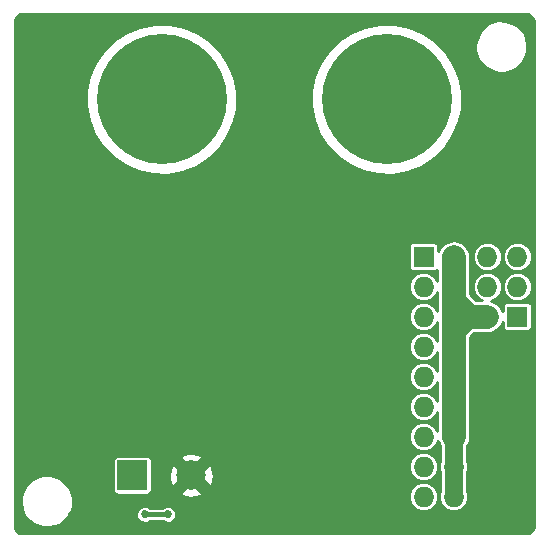
<source format=gtl>
G04 #@! TF.FileFunction,Copper,L1,Top,Signal*
%FSLAX46Y46*%
G04 Gerber Fmt 4.6, Leading zero omitted, Abs format (unit mm)*
G04 Created by KiCad (PCBNEW 4.0.4-stable) date Monday, August 28, 2017 'PMt' 10:13:35 PM*
%MOMM*%
%LPD*%
G01*
G04 APERTURE LIST*
%ADD10C,0.100000*%
%ADD11R,2.500000X2.500000*%
%ADD12C,2.500000*%
%ADD13R,1.727200X1.727200*%
%ADD14O,1.727200X1.727200*%
%ADD15C,11.000000*%
%ADD16C,0.685800*%
%ADD17C,0.381000*%
%ADD18C,2.000000*%
%ADD19C,1.500000*%
%ADD20C,0.254000*%
G04 APERTURE END LIST*
D10*
D11*
X88000000Y-117050000D03*
D12*
X93000000Y-117050000D03*
D13*
X120590000Y-103620000D03*
D14*
X118050000Y-103620000D03*
X120590000Y-101080000D03*
X118050000Y-101080000D03*
X120590000Y-98540000D03*
X118050000Y-98540000D03*
D13*
X112660000Y-98540000D03*
D14*
X115200000Y-98540000D03*
X112660000Y-101080000D03*
X115200000Y-101080000D03*
X112660000Y-103620000D03*
X115200000Y-103620000D03*
X112660000Y-106160000D03*
X115200000Y-106160000D03*
X112660000Y-108700000D03*
X115200000Y-108700000D03*
X112660000Y-111240000D03*
X115200000Y-111240000D03*
X112660000Y-113780000D03*
X115200000Y-113780000D03*
X112660000Y-116320000D03*
X115200000Y-116320000D03*
X112660000Y-118860000D03*
X115200000Y-118860000D03*
D15*
X90475000Y-85200000D03*
X109525000Y-85200000D03*
D16*
X91000000Y-120350000D03*
X89050000Y-120350000D03*
D17*
X89050000Y-120350000D02*
X91000000Y-120350000D01*
D18*
X118050000Y-103620000D02*
X116518686Y-103620000D01*
X116518686Y-103620000D02*
X115200000Y-102301314D01*
X118050000Y-103620000D02*
X116380000Y-103620000D01*
X116380000Y-103620000D02*
X115200000Y-104800000D01*
D19*
X115200000Y-118860000D02*
X115200000Y-116320000D01*
X115200000Y-113780000D02*
X115200000Y-116320000D01*
D18*
X115200000Y-102301314D02*
X115200000Y-101080000D01*
X115200000Y-106160000D02*
X115200000Y-104800000D01*
X115200000Y-104800000D02*
X115200000Y-103620000D01*
X115200000Y-101080000D02*
X115200000Y-98540000D01*
X115200000Y-103620000D02*
X115200000Y-101080000D01*
X115200000Y-103620000D02*
X118050000Y-103620000D01*
X115200000Y-108700000D02*
X115200000Y-106160000D01*
X115200000Y-111240000D02*
X115200000Y-108700000D01*
X115200000Y-113780000D02*
X115200000Y-111240000D01*
D20*
G36*
X121615457Y-78073669D02*
X121783660Y-78210853D01*
X121922013Y-78378094D01*
X121973000Y-78472393D01*
X121973000Y-121527685D01*
X121926332Y-121615454D01*
X121789149Y-121783658D01*
X121621908Y-121922011D01*
X121527607Y-121973000D01*
X78472315Y-121973000D01*
X78384546Y-121926332D01*
X78216342Y-121789149D01*
X78077989Y-121621908D01*
X78027000Y-121527607D01*
X78027000Y-119435402D01*
X78542102Y-119435402D01*
X78620162Y-119860721D01*
X78779348Y-120262778D01*
X79013595Y-120626258D01*
X79313981Y-120937317D01*
X79669064Y-121184106D01*
X80065321Y-121357226D01*
X80487656Y-121450083D01*
X80919984Y-121459139D01*
X81345837Y-121384049D01*
X81748995Y-121227675D01*
X82114102Y-120995971D01*
X82427250Y-120697764D01*
X82629633Y-120410868D01*
X88325148Y-120410868D01*
X88350775Y-120550499D01*
X88403036Y-120682494D01*
X88479939Y-120801825D01*
X88578556Y-120903945D01*
X88695129Y-120984966D01*
X88825220Y-121041801D01*
X88963873Y-121072286D01*
X89105806Y-121075259D01*
X89245613Y-121050607D01*
X89377970Y-120999270D01*
X89497834Y-120923201D01*
X89499620Y-120921500D01*
X90553814Y-120921500D01*
X90645129Y-120984966D01*
X90775220Y-121041801D01*
X90913873Y-121072286D01*
X91055806Y-121075259D01*
X91195613Y-121050607D01*
X91327970Y-120999270D01*
X91447834Y-120923201D01*
X91550640Y-120825300D01*
X91632473Y-120709295D01*
X91690215Y-120579604D01*
X91721667Y-120441168D01*
X91723931Y-120279018D01*
X91696357Y-120139757D01*
X91642259Y-120008505D01*
X91563697Y-119890260D01*
X91463664Y-119789526D01*
X91345970Y-119710141D01*
X91215099Y-119655128D01*
X91076034Y-119626582D01*
X90934074Y-119625591D01*
X90794624Y-119652192D01*
X90662997Y-119705373D01*
X90551247Y-119778500D01*
X89497317Y-119778500D01*
X89395970Y-119710141D01*
X89265099Y-119655128D01*
X89126034Y-119626582D01*
X88984074Y-119625591D01*
X88844624Y-119652192D01*
X88712997Y-119705373D01*
X88594207Y-119783107D01*
X88492777Y-119882434D01*
X88412572Y-119999571D01*
X88356646Y-120130055D01*
X88327130Y-120268917D01*
X88325148Y-120410868D01*
X82629633Y-120410868D01*
X82676513Y-120344412D01*
X82852395Y-119949374D01*
X82948198Y-119527697D01*
X82955094Y-119033789D01*
X82871103Y-118609601D01*
X82706320Y-118209806D01*
X82467020Y-117849632D01*
X82162321Y-117542798D01*
X81803826Y-117300990D01*
X81405191Y-117133419D01*
X80981600Y-117046469D01*
X80549188Y-117043450D01*
X80124425Y-117124478D01*
X79723489Y-117286466D01*
X79361653Y-117523245D01*
X79052699Y-117825795D01*
X78808394Y-118182593D01*
X78638045Y-118580048D01*
X78548139Y-119003022D01*
X78542102Y-119435402D01*
X78027000Y-119435402D01*
X78027000Y-115800000D01*
X86367157Y-115800000D01*
X86367157Y-118300000D01*
X86371995Y-118360673D01*
X86403864Y-118463580D01*
X86463140Y-118553535D01*
X86545130Y-118623415D01*
X86643342Y-118667686D01*
X86750000Y-118682843D01*
X89250000Y-118682843D01*
X89310673Y-118678005D01*
X89413580Y-118646136D01*
X89503535Y-118586860D01*
X89567199Y-118512163D01*
X92065338Y-118512163D01*
X92210227Y-118771613D01*
X92561273Y-118892610D01*
X92929178Y-118942796D01*
X93299805Y-118920244D01*
X93561959Y-118851311D01*
X111409408Y-118851311D01*
X111431423Y-119093215D01*
X111500005Y-119326235D01*
X111612541Y-119541497D01*
X111764745Y-119730801D01*
X111950820Y-119886936D01*
X112163678Y-120003956D01*
X112395211Y-120077403D01*
X112636601Y-120104479D01*
X112653978Y-120104600D01*
X112666022Y-120104600D01*
X112907766Y-120080897D01*
X113140302Y-120010690D01*
X113354773Y-119896654D01*
X113543010Y-119743132D01*
X113697842Y-119555971D01*
X113813373Y-119342302D01*
X113885201Y-119110262D01*
X113910592Y-118868689D01*
X113888577Y-118626785D01*
X113819995Y-118393765D01*
X113707459Y-118178503D01*
X113555255Y-117989199D01*
X113369180Y-117833064D01*
X113156322Y-117716044D01*
X112924789Y-117642597D01*
X112683399Y-117615521D01*
X112666022Y-117615400D01*
X112653978Y-117615400D01*
X112412234Y-117639103D01*
X112179698Y-117709310D01*
X111965227Y-117823346D01*
X111776990Y-117976868D01*
X111622158Y-118164029D01*
X111506627Y-118377698D01*
X111434799Y-118609738D01*
X111409408Y-118851311D01*
X93561959Y-118851311D01*
X93658910Y-118825818D01*
X93789773Y-118771613D01*
X93934662Y-118512163D01*
X93000000Y-117577502D01*
X92065338Y-118512163D01*
X89567199Y-118512163D01*
X89573415Y-118504870D01*
X89617686Y-118406658D01*
X89632843Y-118300000D01*
X89632843Y-116979178D01*
X91107204Y-116979178D01*
X91129756Y-117349805D01*
X91224182Y-117708910D01*
X91278387Y-117839773D01*
X91537837Y-117984662D01*
X92472498Y-117050000D01*
X93527502Y-117050000D01*
X94462163Y-117984662D01*
X94721613Y-117839773D01*
X94842610Y-117488727D01*
X94892796Y-117120822D01*
X94870244Y-116750195D01*
X94775818Y-116391090D01*
X94742773Y-116311311D01*
X111409408Y-116311311D01*
X111431423Y-116553215D01*
X111500005Y-116786235D01*
X111612541Y-117001497D01*
X111764745Y-117190801D01*
X111950820Y-117346936D01*
X112163678Y-117463956D01*
X112395211Y-117537403D01*
X112636601Y-117564479D01*
X112653978Y-117564600D01*
X112666022Y-117564600D01*
X112907766Y-117540897D01*
X113140302Y-117470690D01*
X113354773Y-117356654D01*
X113543010Y-117203132D01*
X113697842Y-117015971D01*
X113813373Y-116802302D01*
X113885201Y-116570262D01*
X113910592Y-116328689D01*
X113888577Y-116086785D01*
X113819995Y-115853765D01*
X113707459Y-115638503D01*
X113555255Y-115449199D01*
X113369180Y-115293064D01*
X113156322Y-115176044D01*
X112924789Y-115102597D01*
X112683399Y-115075521D01*
X112666022Y-115075400D01*
X112653978Y-115075400D01*
X112412234Y-115099103D01*
X112179698Y-115169310D01*
X111965227Y-115283346D01*
X111776990Y-115436868D01*
X111622158Y-115624029D01*
X111506627Y-115837698D01*
X111434799Y-116069738D01*
X111409408Y-116311311D01*
X94742773Y-116311311D01*
X94721613Y-116260227D01*
X94462163Y-116115338D01*
X93527502Y-117050000D01*
X92472498Y-117050000D01*
X91537837Y-116115338D01*
X91278387Y-116260227D01*
X91157390Y-116611273D01*
X91107204Y-116979178D01*
X89632843Y-116979178D01*
X89632843Y-115800000D01*
X89628005Y-115739327D01*
X89596136Y-115636420D01*
X89564123Y-115587837D01*
X92065338Y-115587837D01*
X93000000Y-116522498D01*
X93934662Y-115587837D01*
X93789773Y-115328387D01*
X93438727Y-115207390D01*
X93070822Y-115157204D01*
X92700195Y-115179756D01*
X92341090Y-115274182D01*
X92210227Y-115328387D01*
X92065338Y-115587837D01*
X89564123Y-115587837D01*
X89536860Y-115546465D01*
X89454870Y-115476585D01*
X89356658Y-115432314D01*
X89250000Y-115417157D01*
X86750000Y-115417157D01*
X86689327Y-115421995D01*
X86586420Y-115453864D01*
X86496465Y-115513140D01*
X86426585Y-115595130D01*
X86382314Y-115693342D01*
X86367157Y-115800000D01*
X78027000Y-115800000D01*
X78027000Y-101071311D01*
X111409408Y-101071311D01*
X111431423Y-101313215D01*
X111500005Y-101546235D01*
X111612541Y-101761497D01*
X111764745Y-101950801D01*
X111950820Y-102106936D01*
X112163678Y-102223956D01*
X112395211Y-102297403D01*
X112636601Y-102324479D01*
X112653978Y-102324600D01*
X112666022Y-102324600D01*
X112907766Y-102300897D01*
X113140302Y-102230690D01*
X113354773Y-102116654D01*
X113543010Y-101963132D01*
X113697842Y-101775971D01*
X113813373Y-101562302D01*
X113819000Y-101544124D01*
X113819000Y-103151862D01*
X113707459Y-102938503D01*
X113555255Y-102749199D01*
X113369180Y-102593064D01*
X113156322Y-102476044D01*
X112924789Y-102402597D01*
X112683399Y-102375521D01*
X112666022Y-102375400D01*
X112653978Y-102375400D01*
X112412234Y-102399103D01*
X112179698Y-102469310D01*
X111965227Y-102583346D01*
X111776990Y-102736868D01*
X111622158Y-102924029D01*
X111506627Y-103137698D01*
X111434799Y-103369738D01*
X111409408Y-103611311D01*
X111431423Y-103853215D01*
X111500005Y-104086235D01*
X111612541Y-104301497D01*
X111764745Y-104490801D01*
X111950820Y-104646936D01*
X112163678Y-104763956D01*
X112395211Y-104837403D01*
X112636601Y-104864479D01*
X112653978Y-104864600D01*
X112666022Y-104864600D01*
X112907766Y-104840897D01*
X113140302Y-104770690D01*
X113354773Y-104656654D01*
X113543010Y-104503132D01*
X113697842Y-104315971D01*
X113813373Y-104102302D01*
X113819000Y-104084124D01*
X113819000Y-105691862D01*
X113707459Y-105478503D01*
X113555255Y-105289199D01*
X113369180Y-105133064D01*
X113156322Y-105016044D01*
X112924789Y-104942597D01*
X112683399Y-104915521D01*
X112666022Y-104915400D01*
X112653978Y-104915400D01*
X112412234Y-104939103D01*
X112179698Y-105009310D01*
X111965227Y-105123346D01*
X111776990Y-105276868D01*
X111622158Y-105464029D01*
X111506627Y-105677698D01*
X111434799Y-105909738D01*
X111409408Y-106151311D01*
X111431423Y-106393215D01*
X111500005Y-106626235D01*
X111612541Y-106841497D01*
X111764745Y-107030801D01*
X111950820Y-107186936D01*
X112163678Y-107303956D01*
X112395211Y-107377403D01*
X112636601Y-107404479D01*
X112653978Y-107404600D01*
X112666022Y-107404600D01*
X112907766Y-107380897D01*
X113140302Y-107310690D01*
X113354773Y-107196654D01*
X113543010Y-107043132D01*
X113697842Y-106855971D01*
X113813373Y-106642302D01*
X113819000Y-106624124D01*
X113819000Y-108231862D01*
X113707459Y-108018503D01*
X113555255Y-107829199D01*
X113369180Y-107673064D01*
X113156322Y-107556044D01*
X112924789Y-107482597D01*
X112683399Y-107455521D01*
X112666022Y-107455400D01*
X112653978Y-107455400D01*
X112412234Y-107479103D01*
X112179698Y-107549310D01*
X111965227Y-107663346D01*
X111776990Y-107816868D01*
X111622158Y-108004029D01*
X111506627Y-108217698D01*
X111434799Y-108449738D01*
X111409408Y-108691311D01*
X111431423Y-108933215D01*
X111500005Y-109166235D01*
X111612541Y-109381497D01*
X111764745Y-109570801D01*
X111950820Y-109726936D01*
X112163678Y-109843956D01*
X112395211Y-109917403D01*
X112636601Y-109944479D01*
X112653978Y-109944600D01*
X112666022Y-109944600D01*
X112907766Y-109920897D01*
X113140302Y-109850690D01*
X113354773Y-109736654D01*
X113543010Y-109583132D01*
X113697842Y-109395971D01*
X113813373Y-109182302D01*
X113819000Y-109164124D01*
X113819000Y-110771862D01*
X113707459Y-110558503D01*
X113555255Y-110369199D01*
X113369180Y-110213064D01*
X113156322Y-110096044D01*
X112924789Y-110022597D01*
X112683399Y-109995521D01*
X112666022Y-109995400D01*
X112653978Y-109995400D01*
X112412234Y-110019103D01*
X112179698Y-110089310D01*
X111965227Y-110203346D01*
X111776990Y-110356868D01*
X111622158Y-110544029D01*
X111506627Y-110757698D01*
X111434799Y-110989738D01*
X111409408Y-111231311D01*
X111431423Y-111473215D01*
X111500005Y-111706235D01*
X111612541Y-111921497D01*
X111764745Y-112110801D01*
X111950820Y-112266936D01*
X112163678Y-112383956D01*
X112395211Y-112457403D01*
X112636601Y-112484479D01*
X112653978Y-112484600D01*
X112666022Y-112484600D01*
X112907766Y-112460897D01*
X113140302Y-112390690D01*
X113354773Y-112276654D01*
X113543010Y-112123132D01*
X113697842Y-111935971D01*
X113813373Y-111722302D01*
X113819000Y-111704124D01*
X113819000Y-113311862D01*
X113707459Y-113098503D01*
X113555255Y-112909199D01*
X113369180Y-112753064D01*
X113156322Y-112636044D01*
X112924789Y-112562597D01*
X112683399Y-112535521D01*
X112666022Y-112535400D01*
X112653978Y-112535400D01*
X112412234Y-112559103D01*
X112179698Y-112629310D01*
X111965227Y-112743346D01*
X111776990Y-112896868D01*
X111622158Y-113084029D01*
X111506627Y-113297698D01*
X111434799Y-113529738D01*
X111409408Y-113771311D01*
X111431423Y-114013215D01*
X111500005Y-114246235D01*
X111612541Y-114461497D01*
X111764745Y-114650801D01*
X111950820Y-114806936D01*
X112163678Y-114923956D01*
X112395211Y-114997403D01*
X112636601Y-115024479D01*
X112653978Y-115024600D01*
X112666022Y-115024600D01*
X112907766Y-115000897D01*
X113140302Y-114930690D01*
X113354773Y-114816654D01*
X113543010Y-114663132D01*
X113697842Y-114475971D01*
X113813373Y-114262302D01*
X113862254Y-114104391D01*
X113923202Y-114306258D01*
X114049736Y-114544234D01*
X114069000Y-114567854D01*
X114069000Y-115796320D01*
X114046627Y-115837698D01*
X113974799Y-116069738D01*
X113949408Y-116311311D01*
X113971423Y-116553215D01*
X114040005Y-116786235D01*
X114069000Y-116841697D01*
X114069000Y-118336320D01*
X114046627Y-118377698D01*
X113974799Y-118609738D01*
X113949408Y-118851311D01*
X113971423Y-119093215D01*
X114040005Y-119326235D01*
X114152541Y-119541497D01*
X114304745Y-119730801D01*
X114490820Y-119886936D01*
X114703678Y-120003956D01*
X114935211Y-120077403D01*
X115176601Y-120104479D01*
X115193978Y-120104600D01*
X115206022Y-120104600D01*
X115447766Y-120080897D01*
X115680302Y-120010690D01*
X115894773Y-119896654D01*
X116083010Y-119743132D01*
X116237842Y-119555971D01*
X116353373Y-119342302D01*
X116425201Y-119110262D01*
X116450592Y-118868689D01*
X116428577Y-118626785D01*
X116359995Y-118393765D01*
X116331000Y-118338303D01*
X116331000Y-116843680D01*
X116353373Y-116802302D01*
X116425201Y-116570262D01*
X116450592Y-116328689D01*
X116428577Y-116086785D01*
X116359995Y-115853765D01*
X116331000Y-115798303D01*
X116331000Y-114570327D01*
X116339482Y-114560219D01*
X116469326Y-114324034D01*
X116550822Y-114067126D01*
X116580865Y-113799282D01*
X116581000Y-113780000D01*
X116581000Y-105372028D01*
X116952028Y-105001000D01*
X118050000Y-105001000D01*
X118318238Y-104974699D01*
X118576258Y-104896798D01*
X118814234Y-104770264D01*
X119023100Y-104599917D01*
X119194901Y-104392245D01*
X119323093Y-104155159D01*
X119343557Y-104089050D01*
X119343557Y-104483600D01*
X119348395Y-104544273D01*
X119380264Y-104647180D01*
X119439540Y-104737135D01*
X119521530Y-104807015D01*
X119619742Y-104851286D01*
X119726400Y-104866443D01*
X121453600Y-104866443D01*
X121514273Y-104861605D01*
X121617180Y-104829736D01*
X121707135Y-104770460D01*
X121777015Y-104688470D01*
X121821286Y-104590258D01*
X121836443Y-104483600D01*
X121836443Y-102756400D01*
X121831605Y-102695727D01*
X121799736Y-102592820D01*
X121740460Y-102502865D01*
X121658470Y-102432985D01*
X121560258Y-102388714D01*
X121453600Y-102373557D01*
X119726400Y-102373557D01*
X119665727Y-102378395D01*
X119562820Y-102410264D01*
X119472865Y-102469540D01*
X119402985Y-102551530D01*
X119358714Y-102649742D01*
X119343557Y-102756400D01*
X119343557Y-103147232D01*
X119330441Y-103102668D01*
X119205572Y-102863815D01*
X119036687Y-102653765D01*
X118830219Y-102480518D01*
X118594034Y-102350674D01*
X118369163Y-102279341D01*
X118530302Y-102230690D01*
X118744773Y-102116654D01*
X118933010Y-101963132D01*
X119087842Y-101775971D01*
X119203373Y-101562302D01*
X119275201Y-101330262D01*
X119300592Y-101088689D01*
X119299011Y-101071311D01*
X119339408Y-101071311D01*
X119361423Y-101313215D01*
X119430005Y-101546235D01*
X119542541Y-101761497D01*
X119694745Y-101950801D01*
X119880820Y-102106936D01*
X120093678Y-102223956D01*
X120325211Y-102297403D01*
X120566601Y-102324479D01*
X120583978Y-102324600D01*
X120596022Y-102324600D01*
X120837766Y-102300897D01*
X121070302Y-102230690D01*
X121284773Y-102116654D01*
X121473010Y-101963132D01*
X121627842Y-101775971D01*
X121743373Y-101562302D01*
X121815201Y-101330262D01*
X121840592Y-101088689D01*
X121818577Y-100846785D01*
X121749995Y-100613765D01*
X121637459Y-100398503D01*
X121485255Y-100209199D01*
X121299180Y-100053064D01*
X121086322Y-99936044D01*
X120854789Y-99862597D01*
X120613399Y-99835521D01*
X120596022Y-99835400D01*
X120583978Y-99835400D01*
X120342234Y-99859103D01*
X120109698Y-99929310D01*
X119895227Y-100043346D01*
X119706990Y-100196868D01*
X119552158Y-100384029D01*
X119436627Y-100597698D01*
X119364799Y-100829738D01*
X119339408Y-101071311D01*
X119299011Y-101071311D01*
X119278577Y-100846785D01*
X119209995Y-100613765D01*
X119097459Y-100398503D01*
X118945255Y-100209199D01*
X118759180Y-100053064D01*
X118546322Y-99936044D01*
X118314789Y-99862597D01*
X118073399Y-99835521D01*
X118056022Y-99835400D01*
X118043978Y-99835400D01*
X117802234Y-99859103D01*
X117569698Y-99929310D01*
X117355227Y-100043346D01*
X117166990Y-100196868D01*
X117012158Y-100384029D01*
X116896627Y-100597698D01*
X116824799Y-100829738D01*
X116799408Y-101071311D01*
X116821423Y-101313215D01*
X116890005Y-101546235D01*
X117002541Y-101761497D01*
X117154745Y-101950801D01*
X117340820Y-102106936D01*
X117553678Y-102223956D01*
X117601102Y-102239000D01*
X117090715Y-102239000D01*
X116581000Y-101729286D01*
X116581000Y-98540000D01*
X116580149Y-98531311D01*
X116799408Y-98531311D01*
X116821423Y-98773215D01*
X116890005Y-99006235D01*
X117002541Y-99221497D01*
X117154745Y-99410801D01*
X117340820Y-99566936D01*
X117553678Y-99683956D01*
X117785211Y-99757403D01*
X118026601Y-99784479D01*
X118043978Y-99784600D01*
X118056022Y-99784600D01*
X118297766Y-99760897D01*
X118530302Y-99690690D01*
X118744773Y-99576654D01*
X118933010Y-99423132D01*
X119087842Y-99235971D01*
X119203373Y-99022302D01*
X119275201Y-98790262D01*
X119300592Y-98548689D01*
X119299011Y-98531311D01*
X119339408Y-98531311D01*
X119361423Y-98773215D01*
X119430005Y-99006235D01*
X119542541Y-99221497D01*
X119694745Y-99410801D01*
X119880820Y-99566936D01*
X120093678Y-99683956D01*
X120325211Y-99757403D01*
X120566601Y-99784479D01*
X120583978Y-99784600D01*
X120596022Y-99784600D01*
X120837766Y-99760897D01*
X121070302Y-99690690D01*
X121284773Y-99576654D01*
X121473010Y-99423132D01*
X121627842Y-99235971D01*
X121743373Y-99022302D01*
X121815201Y-98790262D01*
X121840592Y-98548689D01*
X121818577Y-98306785D01*
X121749995Y-98073765D01*
X121637459Y-97858503D01*
X121485255Y-97669199D01*
X121299180Y-97513064D01*
X121086322Y-97396044D01*
X120854789Y-97322597D01*
X120613399Y-97295521D01*
X120596022Y-97295400D01*
X120583978Y-97295400D01*
X120342234Y-97319103D01*
X120109698Y-97389310D01*
X119895227Y-97503346D01*
X119706990Y-97656868D01*
X119552158Y-97844029D01*
X119436627Y-98057698D01*
X119364799Y-98289738D01*
X119339408Y-98531311D01*
X119299011Y-98531311D01*
X119278577Y-98306785D01*
X119209995Y-98073765D01*
X119097459Y-97858503D01*
X118945255Y-97669199D01*
X118759180Y-97513064D01*
X118546322Y-97396044D01*
X118314789Y-97322597D01*
X118073399Y-97295521D01*
X118056022Y-97295400D01*
X118043978Y-97295400D01*
X117802234Y-97319103D01*
X117569698Y-97389310D01*
X117355227Y-97503346D01*
X117166990Y-97656868D01*
X117012158Y-97844029D01*
X116896627Y-98057698D01*
X116824799Y-98289738D01*
X116799408Y-98531311D01*
X116580149Y-98531311D01*
X116554699Y-98271762D01*
X116476798Y-98013742D01*
X116350264Y-97775766D01*
X116179917Y-97566900D01*
X115972245Y-97395099D01*
X115735159Y-97266907D01*
X115477689Y-97187207D01*
X115209641Y-97159034D01*
X114941226Y-97183461D01*
X114682668Y-97259559D01*
X114443815Y-97384428D01*
X114233765Y-97553313D01*
X114060518Y-97759781D01*
X113930674Y-97995966D01*
X113906443Y-98072352D01*
X113906443Y-97676400D01*
X113901605Y-97615727D01*
X113869736Y-97512820D01*
X113810460Y-97422865D01*
X113728470Y-97352985D01*
X113630258Y-97308714D01*
X113523600Y-97293557D01*
X111796400Y-97293557D01*
X111735727Y-97298395D01*
X111632820Y-97330264D01*
X111542865Y-97389540D01*
X111472985Y-97471530D01*
X111428714Y-97569742D01*
X111413557Y-97676400D01*
X111413557Y-99403600D01*
X111418395Y-99464273D01*
X111450264Y-99567180D01*
X111509540Y-99657135D01*
X111591530Y-99727015D01*
X111689742Y-99771286D01*
X111796400Y-99786443D01*
X113523600Y-99786443D01*
X113584273Y-99781605D01*
X113687180Y-99749736D01*
X113777135Y-99690460D01*
X113819000Y-99641340D01*
X113819000Y-100611862D01*
X113707459Y-100398503D01*
X113555255Y-100209199D01*
X113369180Y-100053064D01*
X113156322Y-99936044D01*
X112924789Y-99862597D01*
X112683399Y-99835521D01*
X112666022Y-99835400D01*
X112653978Y-99835400D01*
X112412234Y-99859103D01*
X112179698Y-99929310D01*
X111965227Y-100043346D01*
X111776990Y-100196868D01*
X111622158Y-100384029D01*
X111506627Y-100597698D01*
X111434799Y-100829738D01*
X111409408Y-101071311D01*
X78027000Y-101071311D01*
X78027000Y-85736196D01*
X84089617Y-85736196D01*
X84315373Y-86966244D01*
X84775748Y-88129018D01*
X85453205Y-89180226D01*
X86321941Y-90079828D01*
X87348866Y-90793559D01*
X88494864Y-91294233D01*
X89716284Y-91562780D01*
X90966604Y-91588970D01*
X92198199Y-91371807D01*
X93364158Y-90919561D01*
X94420070Y-90249459D01*
X95325715Y-89387025D01*
X96046598Y-88365108D01*
X96555261Y-87222634D01*
X96832328Y-86003117D01*
X96836055Y-85736196D01*
X103139617Y-85736196D01*
X103365373Y-86966244D01*
X103825748Y-88129018D01*
X104503205Y-89180226D01*
X105371941Y-90079828D01*
X106398866Y-90793559D01*
X107544864Y-91294233D01*
X108766284Y-91562780D01*
X110016604Y-91588970D01*
X111248199Y-91371807D01*
X112414158Y-90919561D01*
X113470070Y-90249459D01*
X114375715Y-89387025D01*
X115096598Y-88365108D01*
X115605261Y-87222634D01*
X115882328Y-86003117D01*
X115902274Y-84574703D01*
X115659365Y-83347926D01*
X115182801Y-82191694D01*
X114490733Y-81150047D01*
X114277582Y-80935402D01*
X117042102Y-80935402D01*
X117120162Y-81360721D01*
X117279348Y-81762778D01*
X117513595Y-82126258D01*
X117813981Y-82437317D01*
X118169064Y-82684106D01*
X118565321Y-82857226D01*
X118987656Y-82950083D01*
X119419984Y-82959139D01*
X119845837Y-82884049D01*
X120248995Y-82727675D01*
X120614102Y-82495971D01*
X120927250Y-82197764D01*
X121176513Y-81844412D01*
X121352395Y-81449374D01*
X121448198Y-81027697D01*
X121455094Y-80533789D01*
X121371103Y-80109601D01*
X121206320Y-79709806D01*
X120967020Y-79349632D01*
X120662321Y-79042798D01*
X120303826Y-78800990D01*
X119905191Y-78633419D01*
X119481600Y-78546469D01*
X119049188Y-78543450D01*
X118624425Y-78624478D01*
X118223489Y-78786466D01*
X117861653Y-79023245D01*
X117552699Y-79325795D01*
X117308394Y-79682593D01*
X117138045Y-80080048D01*
X117048139Y-80503022D01*
X117042102Y-80935402D01*
X114277582Y-80935402D01*
X113609521Y-80262662D01*
X112572731Y-79563339D01*
X111419855Y-79078714D01*
X110194803Y-78827247D01*
X108944239Y-78818516D01*
X107715797Y-79052854D01*
X106556266Y-79521335D01*
X105509813Y-80206115D01*
X104616298Y-81081110D01*
X103909753Y-82112992D01*
X103417091Y-83262457D01*
X103157078Y-84485723D01*
X103139617Y-85736196D01*
X96836055Y-85736196D01*
X96852274Y-84574703D01*
X96609365Y-83347926D01*
X96132801Y-82191694D01*
X95440733Y-81150047D01*
X94559521Y-80262662D01*
X93522731Y-79563339D01*
X92369855Y-79078714D01*
X91144803Y-78827247D01*
X89894239Y-78818516D01*
X88665797Y-79052854D01*
X87506266Y-79521335D01*
X86459813Y-80206115D01*
X85566298Y-81081110D01*
X84859753Y-82112992D01*
X84367091Y-83262457D01*
X84107078Y-84485723D01*
X84089617Y-85736196D01*
X78027000Y-85736196D01*
X78027000Y-78477237D01*
X78076287Y-78384541D01*
X78213471Y-78216338D01*
X78380712Y-78077985D01*
X78475007Y-78027000D01*
X121527685Y-78027000D01*
X121615457Y-78073669D01*
X121615457Y-78073669D01*
G37*
X121615457Y-78073669D02*
X121783660Y-78210853D01*
X121922013Y-78378094D01*
X121973000Y-78472393D01*
X121973000Y-121527685D01*
X121926332Y-121615454D01*
X121789149Y-121783658D01*
X121621908Y-121922011D01*
X121527607Y-121973000D01*
X78472315Y-121973000D01*
X78384546Y-121926332D01*
X78216342Y-121789149D01*
X78077989Y-121621908D01*
X78027000Y-121527607D01*
X78027000Y-119435402D01*
X78542102Y-119435402D01*
X78620162Y-119860721D01*
X78779348Y-120262778D01*
X79013595Y-120626258D01*
X79313981Y-120937317D01*
X79669064Y-121184106D01*
X80065321Y-121357226D01*
X80487656Y-121450083D01*
X80919984Y-121459139D01*
X81345837Y-121384049D01*
X81748995Y-121227675D01*
X82114102Y-120995971D01*
X82427250Y-120697764D01*
X82629633Y-120410868D01*
X88325148Y-120410868D01*
X88350775Y-120550499D01*
X88403036Y-120682494D01*
X88479939Y-120801825D01*
X88578556Y-120903945D01*
X88695129Y-120984966D01*
X88825220Y-121041801D01*
X88963873Y-121072286D01*
X89105806Y-121075259D01*
X89245613Y-121050607D01*
X89377970Y-120999270D01*
X89497834Y-120923201D01*
X89499620Y-120921500D01*
X90553814Y-120921500D01*
X90645129Y-120984966D01*
X90775220Y-121041801D01*
X90913873Y-121072286D01*
X91055806Y-121075259D01*
X91195613Y-121050607D01*
X91327970Y-120999270D01*
X91447834Y-120923201D01*
X91550640Y-120825300D01*
X91632473Y-120709295D01*
X91690215Y-120579604D01*
X91721667Y-120441168D01*
X91723931Y-120279018D01*
X91696357Y-120139757D01*
X91642259Y-120008505D01*
X91563697Y-119890260D01*
X91463664Y-119789526D01*
X91345970Y-119710141D01*
X91215099Y-119655128D01*
X91076034Y-119626582D01*
X90934074Y-119625591D01*
X90794624Y-119652192D01*
X90662997Y-119705373D01*
X90551247Y-119778500D01*
X89497317Y-119778500D01*
X89395970Y-119710141D01*
X89265099Y-119655128D01*
X89126034Y-119626582D01*
X88984074Y-119625591D01*
X88844624Y-119652192D01*
X88712997Y-119705373D01*
X88594207Y-119783107D01*
X88492777Y-119882434D01*
X88412572Y-119999571D01*
X88356646Y-120130055D01*
X88327130Y-120268917D01*
X88325148Y-120410868D01*
X82629633Y-120410868D01*
X82676513Y-120344412D01*
X82852395Y-119949374D01*
X82948198Y-119527697D01*
X82955094Y-119033789D01*
X82871103Y-118609601D01*
X82706320Y-118209806D01*
X82467020Y-117849632D01*
X82162321Y-117542798D01*
X81803826Y-117300990D01*
X81405191Y-117133419D01*
X80981600Y-117046469D01*
X80549188Y-117043450D01*
X80124425Y-117124478D01*
X79723489Y-117286466D01*
X79361653Y-117523245D01*
X79052699Y-117825795D01*
X78808394Y-118182593D01*
X78638045Y-118580048D01*
X78548139Y-119003022D01*
X78542102Y-119435402D01*
X78027000Y-119435402D01*
X78027000Y-115800000D01*
X86367157Y-115800000D01*
X86367157Y-118300000D01*
X86371995Y-118360673D01*
X86403864Y-118463580D01*
X86463140Y-118553535D01*
X86545130Y-118623415D01*
X86643342Y-118667686D01*
X86750000Y-118682843D01*
X89250000Y-118682843D01*
X89310673Y-118678005D01*
X89413580Y-118646136D01*
X89503535Y-118586860D01*
X89567199Y-118512163D01*
X92065338Y-118512163D01*
X92210227Y-118771613D01*
X92561273Y-118892610D01*
X92929178Y-118942796D01*
X93299805Y-118920244D01*
X93561959Y-118851311D01*
X111409408Y-118851311D01*
X111431423Y-119093215D01*
X111500005Y-119326235D01*
X111612541Y-119541497D01*
X111764745Y-119730801D01*
X111950820Y-119886936D01*
X112163678Y-120003956D01*
X112395211Y-120077403D01*
X112636601Y-120104479D01*
X112653978Y-120104600D01*
X112666022Y-120104600D01*
X112907766Y-120080897D01*
X113140302Y-120010690D01*
X113354773Y-119896654D01*
X113543010Y-119743132D01*
X113697842Y-119555971D01*
X113813373Y-119342302D01*
X113885201Y-119110262D01*
X113910592Y-118868689D01*
X113888577Y-118626785D01*
X113819995Y-118393765D01*
X113707459Y-118178503D01*
X113555255Y-117989199D01*
X113369180Y-117833064D01*
X113156322Y-117716044D01*
X112924789Y-117642597D01*
X112683399Y-117615521D01*
X112666022Y-117615400D01*
X112653978Y-117615400D01*
X112412234Y-117639103D01*
X112179698Y-117709310D01*
X111965227Y-117823346D01*
X111776990Y-117976868D01*
X111622158Y-118164029D01*
X111506627Y-118377698D01*
X111434799Y-118609738D01*
X111409408Y-118851311D01*
X93561959Y-118851311D01*
X93658910Y-118825818D01*
X93789773Y-118771613D01*
X93934662Y-118512163D01*
X93000000Y-117577502D01*
X92065338Y-118512163D01*
X89567199Y-118512163D01*
X89573415Y-118504870D01*
X89617686Y-118406658D01*
X89632843Y-118300000D01*
X89632843Y-116979178D01*
X91107204Y-116979178D01*
X91129756Y-117349805D01*
X91224182Y-117708910D01*
X91278387Y-117839773D01*
X91537837Y-117984662D01*
X92472498Y-117050000D01*
X93527502Y-117050000D01*
X94462163Y-117984662D01*
X94721613Y-117839773D01*
X94842610Y-117488727D01*
X94892796Y-117120822D01*
X94870244Y-116750195D01*
X94775818Y-116391090D01*
X94742773Y-116311311D01*
X111409408Y-116311311D01*
X111431423Y-116553215D01*
X111500005Y-116786235D01*
X111612541Y-117001497D01*
X111764745Y-117190801D01*
X111950820Y-117346936D01*
X112163678Y-117463956D01*
X112395211Y-117537403D01*
X112636601Y-117564479D01*
X112653978Y-117564600D01*
X112666022Y-117564600D01*
X112907766Y-117540897D01*
X113140302Y-117470690D01*
X113354773Y-117356654D01*
X113543010Y-117203132D01*
X113697842Y-117015971D01*
X113813373Y-116802302D01*
X113885201Y-116570262D01*
X113910592Y-116328689D01*
X113888577Y-116086785D01*
X113819995Y-115853765D01*
X113707459Y-115638503D01*
X113555255Y-115449199D01*
X113369180Y-115293064D01*
X113156322Y-115176044D01*
X112924789Y-115102597D01*
X112683399Y-115075521D01*
X112666022Y-115075400D01*
X112653978Y-115075400D01*
X112412234Y-115099103D01*
X112179698Y-115169310D01*
X111965227Y-115283346D01*
X111776990Y-115436868D01*
X111622158Y-115624029D01*
X111506627Y-115837698D01*
X111434799Y-116069738D01*
X111409408Y-116311311D01*
X94742773Y-116311311D01*
X94721613Y-116260227D01*
X94462163Y-116115338D01*
X93527502Y-117050000D01*
X92472498Y-117050000D01*
X91537837Y-116115338D01*
X91278387Y-116260227D01*
X91157390Y-116611273D01*
X91107204Y-116979178D01*
X89632843Y-116979178D01*
X89632843Y-115800000D01*
X89628005Y-115739327D01*
X89596136Y-115636420D01*
X89564123Y-115587837D01*
X92065338Y-115587837D01*
X93000000Y-116522498D01*
X93934662Y-115587837D01*
X93789773Y-115328387D01*
X93438727Y-115207390D01*
X93070822Y-115157204D01*
X92700195Y-115179756D01*
X92341090Y-115274182D01*
X92210227Y-115328387D01*
X92065338Y-115587837D01*
X89564123Y-115587837D01*
X89536860Y-115546465D01*
X89454870Y-115476585D01*
X89356658Y-115432314D01*
X89250000Y-115417157D01*
X86750000Y-115417157D01*
X86689327Y-115421995D01*
X86586420Y-115453864D01*
X86496465Y-115513140D01*
X86426585Y-115595130D01*
X86382314Y-115693342D01*
X86367157Y-115800000D01*
X78027000Y-115800000D01*
X78027000Y-101071311D01*
X111409408Y-101071311D01*
X111431423Y-101313215D01*
X111500005Y-101546235D01*
X111612541Y-101761497D01*
X111764745Y-101950801D01*
X111950820Y-102106936D01*
X112163678Y-102223956D01*
X112395211Y-102297403D01*
X112636601Y-102324479D01*
X112653978Y-102324600D01*
X112666022Y-102324600D01*
X112907766Y-102300897D01*
X113140302Y-102230690D01*
X113354773Y-102116654D01*
X113543010Y-101963132D01*
X113697842Y-101775971D01*
X113813373Y-101562302D01*
X113819000Y-101544124D01*
X113819000Y-103151862D01*
X113707459Y-102938503D01*
X113555255Y-102749199D01*
X113369180Y-102593064D01*
X113156322Y-102476044D01*
X112924789Y-102402597D01*
X112683399Y-102375521D01*
X112666022Y-102375400D01*
X112653978Y-102375400D01*
X112412234Y-102399103D01*
X112179698Y-102469310D01*
X111965227Y-102583346D01*
X111776990Y-102736868D01*
X111622158Y-102924029D01*
X111506627Y-103137698D01*
X111434799Y-103369738D01*
X111409408Y-103611311D01*
X111431423Y-103853215D01*
X111500005Y-104086235D01*
X111612541Y-104301497D01*
X111764745Y-104490801D01*
X111950820Y-104646936D01*
X112163678Y-104763956D01*
X112395211Y-104837403D01*
X112636601Y-104864479D01*
X112653978Y-104864600D01*
X112666022Y-104864600D01*
X112907766Y-104840897D01*
X113140302Y-104770690D01*
X113354773Y-104656654D01*
X113543010Y-104503132D01*
X113697842Y-104315971D01*
X113813373Y-104102302D01*
X113819000Y-104084124D01*
X113819000Y-105691862D01*
X113707459Y-105478503D01*
X113555255Y-105289199D01*
X113369180Y-105133064D01*
X113156322Y-105016044D01*
X112924789Y-104942597D01*
X112683399Y-104915521D01*
X112666022Y-104915400D01*
X112653978Y-104915400D01*
X112412234Y-104939103D01*
X112179698Y-105009310D01*
X111965227Y-105123346D01*
X111776990Y-105276868D01*
X111622158Y-105464029D01*
X111506627Y-105677698D01*
X111434799Y-105909738D01*
X111409408Y-106151311D01*
X111431423Y-106393215D01*
X111500005Y-106626235D01*
X111612541Y-106841497D01*
X111764745Y-107030801D01*
X111950820Y-107186936D01*
X112163678Y-107303956D01*
X112395211Y-107377403D01*
X112636601Y-107404479D01*
X112653978Y-107404600D01*
X112666022Y-107404600D01*
X112907766Y-107380897D01*
X113140302Y-107310690D01*
X113354773Y-107196654D01*
X113543010Y-107043132D01*
X113697842Y-106855971D01*
X113813373Y-106642302D01*
X113819000Y-106624124D01*
X113819000Y-108231862D01*
X113707459Y-108018503D01*
X113555255Y-107829199D01*
X113369180Y-107673064D01*
X113156322Y-107556044D01*
X112924789Y-107482597D01*
X112683399Y-107455521D01*
X112666022Y-107455400D01*
X112653978Y-107455400D01*
X112412234Y-107479103D01*
X112179698Y-107549310D01*
X111965227Y-107663346D01*
X111776990Y-107816868D01*
X111622158Y-108004029D01*
X111506627Y-108217698D01*
X111434799Y-108449738D01*
X111409408Y-108691311D01*
X111431423Y-108933215D01*
X111500005Y-109166235D01*
X111612541Y-109381497D01*
X111764745Y-109570801D01*
X111950820Y-109726936D01*
X112163678Y-109843956D01*
X112395211Y-109917403D01*
X112636601Y-109944479D01*
X112653978Y-109944600D01*
X112666022Y-109944600D01*
X112907766Y-109920897D01*
X113140302Y-109850690D01*
X113354773Y-109736654D01*
X113543010Y-109583132D01*
X113697842Y-109395971D01*
X113813373Y-109182302D01*
X113819000Y-109164124D01*
X113819000Y-110771862D01*
X113707459Y-110558503D01*
X113555255Y-110369199D01*
X113369180Y-110213064D01*
X113156322Y-110096044D01*
X112924789Y-110022597D01*
X112683399Y-109995521D01*
X112666022Y-109995400D01*
X112653978Y-109995400D01*
X112412234Y-110019103D01*
X112179698Y-110089310D01*
X111965227Y-110203346D01*
X111776990Y-110356868D01*
X111622158Y-110544029D01*
X111506627Y-110757698D01*
X111434799Y-110989738D01*
X111409408Y-111231311D01*
X111431423Y-111473215D01*
X111500005Y-111706235D01*
X111612541Y-111921497D01*
X111764745Y-112110801D01*
X111950820Y-112266936D01*
X112163678Y-112383956D01*
X112395211Y-112457403D01*
X112636601Y-112484479D01*
X112653978Y-112484600D01*
X112666022Y-112484600D01*
X112907766Y-112460897D01*
X113140302Y-112390690D01*
X113354773Y-112276654D01*
X113543010Y-112123132D01*
X113697842Y-111935971D01*
X113813373Y-111722302D01*
X113819000Y-111704124D01*
X113819000Y-113311862D01*
X113707459Y-113098503D01*
X113555255Y-112909199D01*
X113369180Y-112753064D01*
X113156322Y-112636044D01*
X112924789Y-112562597D01*
X112683399Y-112535521D01*
X112666022Y-112535400D01*
X112653978Y-112535400D01*
X112412234Y-112559103D01*
X112179698Y-112629310D01*
X111965227Y-112743346D01*
X111776990Y-112896868D01*
X111622158Y-113084029D01*
X111506627Y-113297698D01*
X111434799Y-113529738D01*
X111409408Y-113771311D01*
X111431423Y-114013215D01*
X111500005Y-114246235D01*
X111612541Y-114461497D01*
X111764745Y-114650801D01*
X111950820Y-114806936D01*
X112163678Y-114923956D01*
X112395211Y-114997403D01*
X112636601Y-115024479D01*
X112653978Y-115024600D01*
X112666022Y-115024600D01*
X112907766Y-115000897D01*
X113140302Y-114930690D01*
X113354773Y-114816654D01*
X113543010Y-114663132D01*
X113697842Y-114475971D01*
X113813373Y-114262302D01*
X113862254Y-114104391D01*
X113923202Y-114306258D01*
X114049736Y-114544234D01*
X114069000Y-114567854D01*
X114069000Y-115796320D01*
X114046627Y-115837698D01*
X113974799Y-116069738D01*
X113949408Y-116311311D01*
X113971423Y-116553215D01*
X114040005Y-116786235D01*
X114069000Y-116841697D01*
X114069000Y-118336320D01*
X114046627Y-118377698D01*
X113974799Y-118609738D01*
X113949408Y-118851311D01*
X113971423Y-119093215D01*
X114040005Y-119326235D01*
X114152541Y-119541497D01*
X114304745Y-119730801D01*
X114490820Y-119886936D01*
X114703678Y-120003956D01*
X114935211Y-120077403D01*
X115176601Y-120104479D01*
X115193978Y-120104600D01*
X115206022Y-120104600D01*
X115447766Y-120080897D01*
X115680302Y-120010690D01*
X115894773Y-119896654D01*
X116083010Y-119743132D01*
X116237842Y-119555971D01*
X116353373Y-119342302D01*
X116425201Y-119110262D01*
X116450592Y-118868689D01*
X116428577Y-118626785D01*
X116359995Y-118393765D01*
X116331000Y-118338303D01*
X116331000Y-116843680D01*
X116353373Y-116802302D01*
X116425201Y-116570262D01*
X116450592Y-116328689D01*
X116428577Y-116086785D01*
X116359995Y-115853765D01*
X116331000Y-115798303D01*
X116331000Y-114570327D01*
X116339482Y-114560219D01*
X116469326Y-114324034D01*
X116550822Y-114067126D01*
X116580865Y-113799282D01*
X116581000Y-113780000D01*
X116581000Y-105372028D01*
X116952028Y-105001000D01*
X118050000Y-105001000D01*
X118318238Y-104974699D01*
X118576258Y-104896798D01*
X118814234Y-104770264D01*
X119023100Y-104599917D01*
X119194901Y-104392245D01*
X119323093Y-104155159D01*
X119343557Y-104089050D01*
X119343557Y-104483600D01*
X119348395Y-104544273D01*
X119380264Y-104647180D01*
X119439540Y-104737135D01*
X119521530Y-104807015D01*
X119619742Y-104851286D01*
X119726400Y-104866443D01*
X121453600Y-104866443D01*
X121514273Y-104861605D01*
X121617180Y-104829736D01*
X121707135Y-104770460D01*
X121777015Y-104688470D01*
X121821286Y-104590258D01*
X121836443Y-104483600D01*
X121836443Y-102756400D01*
X121831605Y-102695727D01*
X121799736Y-102592820D01*
X121740460Y-102502865D01*
X121658470Y-102432985D01*
X121560258Y-102388714D01*
X121453600Y-102373557D01*
X119726400Y-102373557D01*
X119665727Y-102378395D01*
X119562820Y-102410264D01*
X119472865Y-102469540D01*
X119402985Y-102551530D01*
X119358714Y-102649742D01*
X119343557Y-102756400D01*
X119343557Y-103147232D01*
X119330441Y-103102668D01*
X119205572Y-102863815D01*
X119036687Y-102653765D01*
X118830219Y-102480518D01*
X118594034Y-102350674D01*
X118369163Y-102279341D01*
X118530302Y-102230690D01*
X118744773Y-102116654D01*
X118933010Y-101963132D01*
X119087842Y-101775971D01*
X119203373Y-101562302D01*
X119275201Y-101330262D01*
X119300592Y-101088689D01*
X119299011Y-101071311D01*
X119339408Y-101071311D01*
X119361423Y-101313215D01*
X119430005Y-101546235D01*
X119542541Y-101761497D01*
X119694745Y-101950801D01*
X119880820Y-102106936D01*
X120093678Y-102223956D01*
X120325211Y-102297403D01*
X120566601Y-102324479D01*
X120583978Y-102324600D01*
X120596022Y-102324600D01*
X120837766Y-102300897D01*
X121070302Y-102230690D01*
X121284773Y-102116654D01*
X121473010Y-101963132D01*
X121627842Y-101775971D01*
X121743373Y-101562302D01*
X121815201Y-101330262D01*
X121840592Y-101088689D01*
X121818577Y-100846785D01*
X121749995Y-100613765D01*
X121637459Y-100398503D01*
X121485255Y-100209199D01*
X121299180Y-100053064D01*
X121086322Y-99936044D01*
X120854789Y-99862597D01*
X120613399Y-99835521D01*
X120596022Y-99835400D01*
X120583978Y-99835400D01*
X120342234Y-99859103D01*
X120109698Y-99929310D01*
X119895227Y-100043346D01*
X119706990Y-100196868D01*
X119552158Y-100384029D01*
X119436627Y-100597698D01*
X119364799Y-100829738D01*
X119339408Y-101071311D01*
X119299011Y-101071311D01*
X119278577Y-100846785D01*
X119209995Y-100613765D01*
X119097459Y-100398503D01*
X118945255Y-100209199D01*
X118759180Y-100053064D01*
X118546322Y-99936044D01*
X118314789Y-99862597D01*
X118073399Y-99835521D01*
X118056022Y-99835400D01*
X118043978Y-99835400D01*
X117802234Y-99859103D01*
X117569698Y-99929310D01*
X117355227Y-100043346D01*
X117166990Y-100196868D01*
X117012158Y-100384029D01*
X116896627Y-100597698D01*
X116824799Y-100829738D01*
X116799408Y-101071311D01*
X116821423Y-101313215D01*
X116890005Y-101546235D01*
X117002541Y-101761497D01*
X117154745Y-101950801D01*
X117340820Y-102106936D01*
X117553678Y-102223956D01*
X117601102Y-102239000D01*
X117090715Y-102239000D01*
X116581000Y-101729286D01*
X116581000Y-98540000D01*
X116580149Y-98531311D01*
X116799408Y-98531311D01*
X116821423Y-98773215D01*
X116890005Y-99006235D01*
X117002541Y-99221497D01*
X117154745Y-99410801D01*
X117340820Y-99566936D01*
X117553678Y-99683956D01*
X117785211Y-99757403D01*
X118026601Y-99784479D01*
X118043978Y-99784600D01*
X118056022Y-99784600D01*
X118297766Y-99760897D01*
X118530302Y-99690690D01*
X118744773Y-99576654D01*
X118933010Y-99423132D01*
X119087842Y-99235971D01*
X119203373Y-99022302D01*
X119275201Y-98790262D01*
X119300592Y-98548689D01*
X119299011Y-98531311D01*
X119339408Y-98531311D01*
X119361423Y-98773215D01*
X119430005Y-99006235D01*
X119542541Y-99221497D01*
X119694745Y-99410801D01*
X119880820Y-99566936D01*
X120093678Y-99683956D01*
X120325211Y-99757403D01*
X120566601Y-99784479D01*
X120583978Y-99784600D01*
X120596022Y-99784600D01*
X120837766Y-99760897D01*
X121070302Y-99690690D01*
X121284773Y-99576654D01*
X121473010Y-99423132D01*
X121627842Y-99235971D01*
X121743373Y-99022302D01*
X121815201Y-98790262D01*
X121840592Y-98548689D01*
X121818577Y-98306785D01*
X121749995Y-98073765D01*
X121637459Y-97858503D01*
X121485255Y-97669199D01*
X121299180Y-97513064D01*
X121086322Y-97396044D01*
X120854789Y-97322597D01*
X120613399Y-97295521D01*
X120596022Y-97295400D01*
X120583978Y-97295400D01*
X120342234Y-97319103D01*
X120109698Y-97389310D01*
X119895227Y-97503346D01*
X119706990Y-97656868D01*
X119552158Y-97844029D01*
X119436627Y-98057698D01*
X119364799Y-98289738D01*
X119339408Y-98531311D01*
X119299011Y-98531311D01*
X119278577Y-98306785D01*
X119209995Y-98073765D01*
X119097459Y-97858503D01*
X118945255Y-97669199D01*
X118759180Y-97513064D01*
X118546322Y-97396044D01*
X118314789Y-97322597D01*
X118073399Y-97295521D01*
X118056022Y-97295400D01*
X118043978Y-97295400D01*
X117802234Y-97319103D01*
X117569698Y-97389310D01*
X117355227Y-97503346D01*
X117166990Y-97656868D01*
X117012158Y-97844029D01*
X116896627Y-98057698D01*
X116824799Y-98289738D01*
X116799408Y-98531311D01*
X116580149Y-98531311D01*
X116554699Y-98271762D01*
X116476798Y-98013742D01*
X116350264Y-97775766D01*
X116179917Y-97566900D01*
X115972245Y-97395099D01*
X115735159Y-97266907D01*
X115477689Y-97187207D01*
X115209641Y-97159034D01*
X114941226Y-97183461D01*
X114682668Y-97259559D01*
X114443815Y-97384428D01*
X114233765Y-97553313D01*
X114060518Y-97759781D01*
X113930674Y-97995966D01*
X113906443Y-98072352D01*
X113906443Y-97676400D01*
X113901605Y-97615727D01*
X113869736Y-97512820D01*
X113810460Y-97422865D01*
X113728470Y-97352985D01*
X113630258Y-97308714D01*
X113523600Y-97293557D01*
X111796400Y-97293557D01*
X111735727Y-97298395D01*
X111632820Y-97330264D01*
X111542865Y-97389540D01*
X111472985Y-97471530D01*
X111428714Y-97569742D01*
X111413557Y-97676400D01*
X111413557Y-99403600D01*
X111418395Y-99464273D01*
X111450264Y-99567180D01*
X111509540Y-99657135D01*
X111591530Y-99727015D01*
X111689742Y-99771286D01*
X111796400Y-99786443D01*
X113523600Y-99786443D01*
X113584273Y-99781605D01*
X113687180Y-99749736D01*
X113777135Y-99690460D01*
X113819000Y-99641340D01*
X113819000Y-100611862D01*
X113707459Y-100398503D01*
X113555255Y-100209199D01*
X113369180Y-100053064D01*
X113156322Y-99936044D01*
X112924789Y-99862597D01*
X112683399Y-99835521D01*
X112666022Y-99835400D01*
X112653978Y-99835400D01*
X112412234Y-99859103D01*
X112179698Y-99929310D01*
X111965227Y-100043346D01*
X111776990Y-100196868D01*
X111622158Y-100384029D01*
X111506627Y-100597698D01*
X111434799Y-100829738D01*
X111409408Y-101071311D01*
X78027000Y-101071311D01*
X78027000Y-85736196D01*
X84089617Y-85736196D01*
X84315373Y-86966244D01*
X84775748Y-88129018D01*
X85453205Y-89180226D01*
X86321941Y-90079828D01*
X87348866Y-90793559D01*
X88494864Y-91294233D01*
X89716284Y-91562780D01*
X90966604Y-91588970D01*
X92198199Y-91371807D01*
X93364158Y-90919561D01*
X94420070Y-90249459D01*
X95325715Y-89387025D01*
X96046598Y-88365108D01*
X96555261Y-87222634D01*
X96832328Y-86003117D01*
X96836055Y-85736196D01*
X103139617Y-85736196D01*
X103365373Y-86966244D01*
X103825748Y-88129018D01*
X104503205Y-89180226D01*
X105371941Y-90079828D01*
X106398866Y-90793559D01*
X107544864Y-91294233D01*
X108766284Y-91562780D01*
X110016604Y-91588970D01*
X111248199Y-91371807D01*
X112414158Y-90919561D01*
X113470070Y-90249459D01*
X114375715Y-89387025D01*
X115096598Y-88365108D01*
X115605261Y-87222634D01*
X115882328Y-86003117D01*
X115902274Y-84574703D01*
X115659365Y-83347926D01*
X115182801Y-82191694D01*
X114490733Y-81150047D01*
X114277582Y-80935402D01*
X117042102Y-80935402D01*
X117120162Y-81360721D01*
X117279348Y-81762778D01*
X117513595Y-82126258D01*
X117813981Y-82437317D01*
X118169064Y-82684106D01*
X118565321Y-82857226D01*
X118987656Y-82950083D01*
X119419984Y-82959139D01*
X119845837Y-82884049D01*
X120248995Y-82727675D01*
X120614102Y-82495971D01*
X120927250Y-82197764D01*
X121176513Y-81844412D01*
X121352395Y-81449374D01*
X121448198Y-81027697D01*
X121455094Y-80533789D01*
X121371103Y-80109601D01*
X121206320Y-79709806D01*
X120967020Y-79349632D01*
X120662321Y-79042798D01*
X120303826Y-78800990D01*
X119905191Y-78633419D01*
X119481600Y-78546469D01*
X119049188Y-78543450D01*
X118624425Y-78624478D01*
X118223489Y-78786466D01*
X117861653Y-79023245D01*
X117552699Y-79325795D01*
X117308394Y-79682593D01*
X117138045Y-80080048D01*
X117048139Y-80503022D01*
X117042102Y-80935402D01*
X114277582Y-80935402D01*
X113609521Y-80262662D01*
X112572731Y-79563339D01*
X111419855Y-79078714D01*
X110194803Y-78827247D01*
X108944239Y-78818516D01*
X107715797Y-79052854D01*
X106556266Y-79521335D01*
X105509813Y-80206115D01*
X104616298Y-81081110D01*
X103909753Y-82112992D01*
X103417091Y-83262457D01*
X103157078Y-84485723D01*
X103139617Y-85736196D01*
X96836055Y-85736196D01*
X96852274Y-84574703D01*
X96609365Y-83347926D01*
X96132801Y-82191694D01*
X95440733Y-81150047D01*
X94559521Y-80262662D01*
X93522731Y-79563339D01*
X92369855Y-79078714D01*
X91144803Y-78827247D01*
X89894239Y-78818516D01*
X88665797Y-79052854D01*
X87506266Y-79521335D01*
X86459813Y-80206115D01*
X85566298Y-81081110D01*
X84859753Y-82112992D01*
X84367091Y-83262457D01*
X84107078Y-84485723D01*
X84089617Y-85736196D01*
X78027000Y-85736196D01*
X78027000Y-78477237D01*
X78076287Y-78384541D01*
X78213471Y-78216338D01*
X78380712Y-78077985D01*
X78475007Y-78027000D01*
X121527685Y-78027000D01*
X121615457Y-78073669D01*
M02*

</source>
